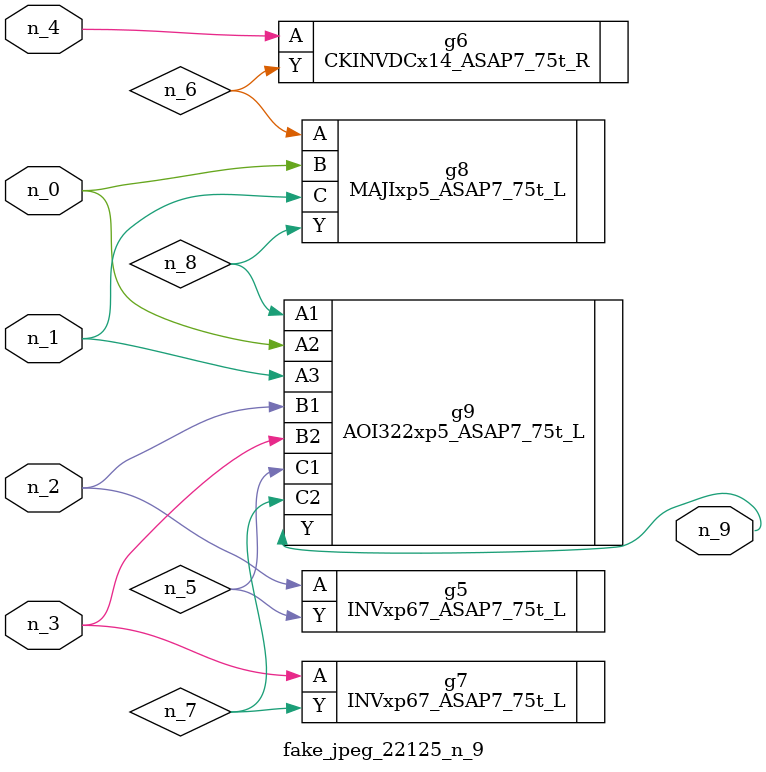
<source format=v>
module fake_jpeg_22125_n_9 (n_3, n_2, n_1, n_0, n_4, n_9);

input n_3;
input n_2;
input n_1;
input n_0;
input n_4;

output n_9;

wire n_8;
wire n_6;
wire n_5;
wire n_7;

INVxp67_ASAP7_75t_L g5 ( 
.A(n_2),
.Y(n_5)
);

CKINVDCx14_ASAP7_75t_R g6 ( 
.A(n_4),
.Y(n_6)
);

INVxp67_ASAP7_75t_L g7 ( 
.A(n_3),
.Y(n_7)
);

MAJIxp5_ASAP7_75t_L g8 ( 
.A(n_6),
.B(n_0),
.C(n_1),
.Y(n_8)
);

AOI322xp5_ASAP7_75t_L g9 ( 
.A1(n_8),
.A2(n_0),
.A3(n_1),
.B1(n_2),
.B2(n_3),
.C1(n_5),
.C2(n_7),
.Y(n_9)
);


endmodule
</source>
